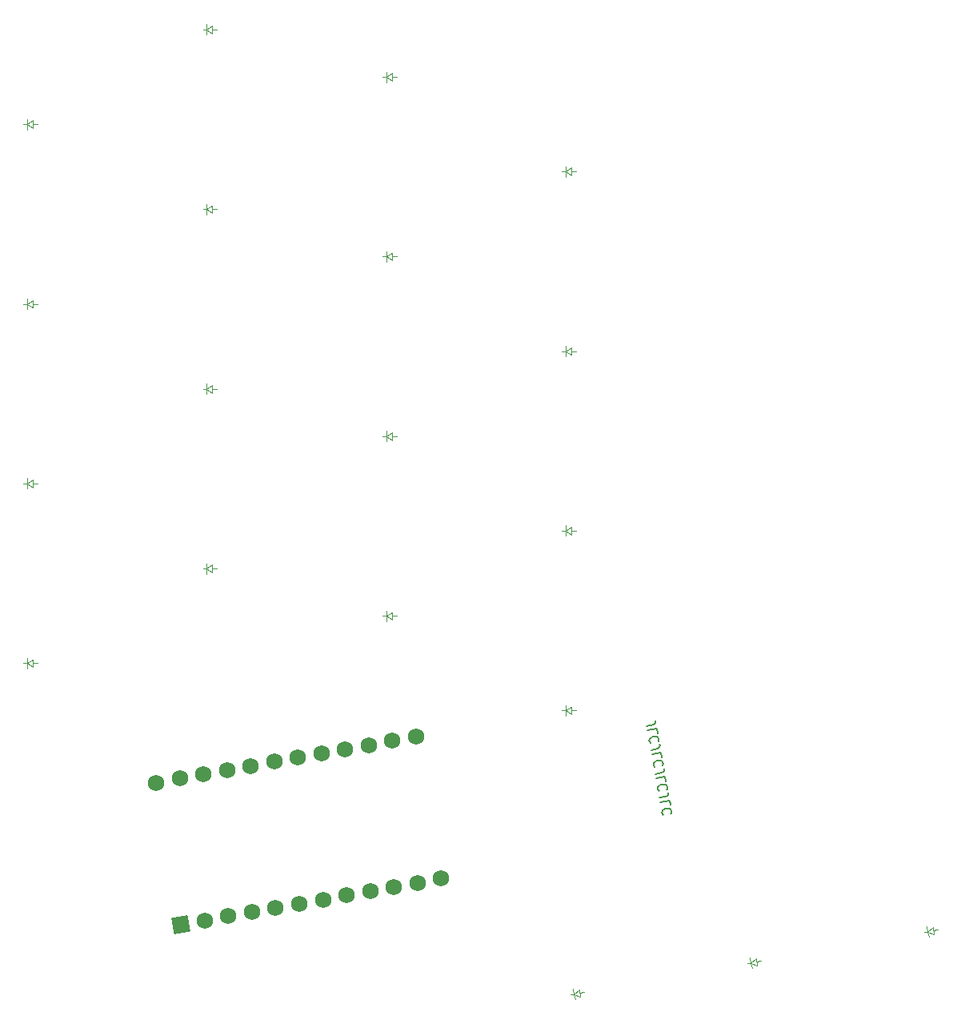
<source format=gbr>
%TF.GenerationSoftware,KiCad,Pcbnew,(6.0.4)*%
%TF.CreationDate,2022-07-19T16:53:05+02:00*%
%TF.ProjectId,macropad_routed_rounded_jlc,6d616372-6f70-4616-945f-726f75746564,v1.0.0*%
%TF.SameCoordinates,Original*%
%TF.FileFunction,Legend,Bot*%
%TF.FilePolarity,Positive*%
%FSLAX46Y46*%
G04 Gerber Fmt 4.6, Leading zero omitted, Abs format (unit mm)*
G04 Created by KiCad (PCBNEW (6.0.4)) date 2022-07-19 16:53:05*
%MOMM*%
%LPD*%
G01*
G04 APERTURE LIST*
G04 Aperture macros list*
%AMRotRect*
0 Rectangle, with rotation*
0 The origin of the aperture is its center*
0 $1 length*
0 $2 width*
0 $3 Rotation angle, in degrees counterclockwise*
0 Add horizontal line*
21,1,$1,$2,0,0,$3*%
G04 Aperture macros list end*
%ADD10C,0.150000*%
%ADD11C,0.100000*%
%ADD12RotRect,1.752600X1.752600X10.000000*%
%ADD13C,1.752600*%
G04 APERTURE END LIST*
D10*
X136348611Y-141736219D02*
X137052045Y-141612184D01*
X137184463Y-141540482D01*
X137261716Y-141430153D01*
X137283805Y-141281197D01*
X137267267Y-141187406D01*
X137498798Y-142500483D02*
X137416108Y-142031527D01*
X136431300Y-142205175D01*
X137562117Y-143408037D02*
X137600743Y-143352873D01*
X137622832Y-143203917D01*
X137606294Y-143110126D01*
X137534592Y-142977708D01*
X137424263Y-142900454D01*
X137322202Y-142870097D01*
X137126351Y-142856277D01*
X136985664Y-142881084D01*
X136806351Y-142961055D01*
X136720829Y-143024489D01*
X136643575Y-143134818D01*
X136621487Y-143283774D01*
X136638024Y-143377565D01*
X136709727Y-143509983D01*
X136764892Y-143548609D01*
X136795135Y-144268581D02*
X137498569Y-144144547D01*
X137630987Y-144072845D01*
X137708240Y-143962515D01*
X137730329Y-143813560D01*
X137713791Y-143719768D01*
X137945322Y-145032845D02*
X137862632Y-144563889D01*
X136877824Y-144737538D01*
X138008641Y-145940400D02*
X138047267Y-145885235D01*
X138069356Y-145736280D01*
X138052818Y-145642488D01*
X137981116Y-145510070D01*
X137870787Y-145432817D01*
X137768726Y-145402459D01*
X137572875Y-145388640D01*
X137432188Y-145413447D01*
X137252875Y-145493418D01*
X137167352Y-145556852D01*
X137090099Y-145667181D01*
X137068010Y-145816136D01*
X137084548Y-145909928D01*
X137156251Y-146042346D01*
X137211415Y-146080972D01*
X137241659Y-146800944D02*
X137945093Y-146676910D01*
X138077511Y-146605207D01*
X138154764Y-146494878D01*
X138176853Y-146345922D01*
X138160315Y-146252131D01*
X138391846Y-147565208D02*
X138309156Y-147096252D01*
X137324348Y-147269900D01*
X138455165Y-148472763D02*
X138493791Y-148417598D01*
X138515880Y-148268642D01*
X138499342Y-148174851D01*
X138427640Y-148042433D01*
X138317310Y-147965180D01*
X138215250Y-147934822D01*
X138019399Y-147921002D01*
X137878712Y-147945809D01*
X137699399Y-148025781D01*
X137613876Y-148089214D01*
X137536623Y-148199543D01*
X137514534Y-148348499D01*
X137531072Y-148442290D01*
X137602775Y-148574708D01*
X137657939Y-148613335D01*
X137688182Y-149333307D02*
X138391617Y-149209273D01*
X138524034Y-149137570D01*
X138601288Y-149027241D01*
X138623376Y-148878285D01*
X138606839Y-148784494D01*
X138838369Y-150097571D02*
X138755680Y-149628615D01*
X137770872Y-149802263D01*
X138901688Y-151005125D02*
X138940315Y-150949961D01*
X138962404Y-150801005D01*
X138945866Y-150707214D01*
X138874163Y-150574796D01*
X138763834Y-150497543D01*
X138661774Y-150467185D01*
X138465923Y-150453365D01*
X138325236Y-150478172D01*
X138145922Y-150558144D01*
X138060400Y-150621577D01*
X137983147Y-150731906D01*
X137961058Y-150880862D01*
X137977596Y-150974653D01*
X138049299Y-151107071D01*
X138104463Y-151145698D01*
D11*
%TO.C,D1*%
X70788250Y-135100000D02*
X70788250Y-134550000D01*
X70788250Y-135100000D02*
X71388250Y-134700000D01*
X71388250Y-135500000D02*
X70788250Y-135100000D01*
X71388250Y-134700000D02*
X71388250Y-135500000D01*
X70388250Y-135100000D02*
X70788250Y-135100000D01*
X70788250Y-135100000D02*
X70788250Y-135650000D01*
X71388250Y-135100000D02*
X71888250Y-135100000D01*
%TO.C,D16*%
X127788250Y-83100000D02*
X127788250Y-82550000D01*
X127788250Y-83100000D02*
X128388250Y-82700000D01*
X127788250Y-83100000D02*
X127788250Y-83650000D01*
X128388250Y-82700000D02*
X128388250Y-83500000D01*
X128388250Y-83500000D02*
X127788250Y-83100000D01*
X127388250Y-83100000D02*
X127788250Y-83100000D01*
X128388250Y-83100000D02*
X128888250Y-83100000D01*
%TO.C,D10*%
X108388250Y-111100000D02*
X108788250Y-111100000D01*
X108788250Y-111100000D02*
X108788250Y-110550000D01*
X109388250Y-111100000D02*
X109888250Y-111100000D01*
X109388250Y-110700000D02*
X109388250Y-111500000D01*
X108788250Y-111100000D02*
X109388250Y-110700000D01*
X109388250Y-111500000D02*
X108788250Y-111100000D01*
X108788250Y-111100000D02*
X108788250Y-111650000D01*
%TO.C,D6*%
X90388250Y-106100000D02*
X90888250Y-106100000D01*
X89788250Y-106100000D02*
X89788250Y-106650000D01*
X89788250Y-106100000D02*
X89788250Y-105550000D01*
X90388250Y-106500000D02*
X89788250Y-106100000D01*
X89388250Y-106100000D02*
X89788250Y-106100000D01*
X90388250Y-105700000D02*
X90388250Y-106500000D01*
X89788250Y-106100000D02*
X90388250Y-105700000D01*
%TO.C,D8*%
X89788250Y-68100000D02*
X89788250Y-68650000D01*
X89788250Y-68100000D02*
X90388250Y-67700000D01*
X90388250Y-68500000D02*
X89788250Y-68100000D01*
X89788250Y-68100000D02*
X89788250Y-67550000D01*
X89388250Y-68100000D02*
X89788250Y-68100000D01*
X90388250Y-68100000D02*
X90888250Y-68100000D01*
X90388250Y-67700000D02*
X90388250Y-68500000D01*
%TO.C,D7*%
X89388250Y-87100000D02*
X89788250Y-87100000D01*
X89788250Y-87100000D02*
X89788250Y-86550000D01*
X90388250Y-87100000D02*
X90888250Y-87100000D01*
X89788250Y-87100000D02*
X90388250Y-86700000D01*
X89788250Y-87100000D02*
X89788250Y-87650000D01*
X90388250Y-86700000D02*
X90388250Y-87500000D01*
X90388250Y-87500000D02*
X89788250Y-87100000D01*
%TO.C,D19*%
X166084503Y-163486185D02*
X166180010Y-164027829D01*
X166744847Y-163775919D02*
X166084503Y-163486185D01*
X166084503Y-163486185D02*
X165988997Y-162944541D01*
X165690580Y-163555644D02*
X166084503Y-163486185D01*
X166675388Y-163381996D02*
X167167792Y-163295172D01*
X166084503Y-163486185D02*
X166605929Y-162988073D01*
X166605929Y-162988073D02*
X166744847Y-163775919D01*
%TO.C,D15*%
X127788250Y-102100000D02*
X127788250Y-101550000D01*
X128388250Y-102100000D02*
X128888250Y-102100000D01*
X127788250Y-102100000D02*
X128388250Y-101700000D01*
X128388250Y-101700000D02*
X128388250Y-102500000D01*
X128388250Y-102500000D02*
X127788250Y-102100000D01*
X127788250Y-102100000D02*
X127788250Y-102650000D01*
X127388250Y-102100000D02*
X127788250Y-102100000D01*
%TO.C,D14*%
X127788250Y-121100000D02*
X127788250Y-120550000D01*
X128388250Y-120700000D02*
X128388250Y-121500000D01*
X127788250Y-121100000D02*
X128388250Y-120700000D01*
X128388250Y-121100000D02*
X128888250Y-121100000D01*
X127388250Y-121100000D02*
X127788250Y-121100000D01*
X128388250Y-121500000D02*
X127788250Y-121100000D01*
X127788250Y-121100000D02*
X127788250Y-121650000D01*
%TO.C,D4*%
X71388250Y-78500000D02*
X70788250Y-78100000D01*
X71388250Y-78100000D02*
X71888250Y-78100000D01*
X71388250Y-77700000D02*
X71388250Y-78500000D01*
X70388250Y-78100000D02*
X70788250Y-78100000D01*
X70788250Y-78100000D02*
X70788250Y-78650000D01*
X70788250Y-78100000D02*
X71388250Y-77700000D01*
X70788250Y-78100000D02*
X70788250Y-77550000D01*
%TO.C,D5*%
X89788250Y-125100000D02*
X90388250Y-124700000D01*
X89788250Y-125100000D02*
X89788250Y-125650000D01*
X90388250Y-124700000D02*
X90388250Y-125500000D01*
X89388250Y-125100000D02*
X89788250Y-125100000D01*
X90388250Y-125500000D02*
X89788250Y-125100000D01*
X90388250Y-125100000D02*
X90888250Y-125100000D01*
X89788250Y-125100000D02*
X89788250Y-124550000D01*
%TO.C,D12*%
X108788250Y-73100000D02*
X108788250Y-72550000D01*
X109388250Y-73500000D02*
X108788250Y-73100000D01*
X108788250Y-73100000D02*
X108788250Y-73650000D01*
X109388250Y-72700000D02*
X109388250Y-73500000D01*
X109388250Y-73100000D02*
X109888250Y-73100000D01*
X108788250Y-73100000D02*
X109388250Y-72700000D01*
X108388250Y-73100000D02*
X108788250Y-73100000D01*
%TO.C,D17*%
X128267885Y-170154275D02*
X128661808Y-170084816D01*
X128661808Y-170084816D02*
X129183234Y-169586704D01*
X129252693Y-169980627D02*
X129745097Y-169893803D01*
X128661808Y-170084816D02*
X128757315Y-170626460D01*
X128661808Y-170084816D02*
X128566302Y-169543172D01*
X129183234Y-169586704D02*
X129322152Y-170374550D01*
X129322152Y-170374550D02*
X128661808Y-170084816D01*
%TO.C,D3*%
X70788250Y-97100000D02*
X71388250Y-96700000D01*
X71388250Y-97100000D02*
X71888250Y-97100000D01*
X70388250Y-97100000D02*
X70788250Y-97100000D01*
X70788250Y-97100000D02*
X70788250Y-96550000D01*
X71388250Y-96700000D02*
X71388250Y-97500000D01*
X71388250Y-97500000D02*
X70788250Y-97100000D01*
X70788250Y-97100000D02*
X70788250Y-97650000D01*
%TO.C,D13*%
X128388250Y-139700000D02*
X128388250Y-140500000D01*
X128388250Y-140500000D02*
X127788250Y-140100000D01*
X127788250Y-140100000D02*
X127788250Y-139550000D01*
X127788250Y-140100000D02*
X127788250Y-140650000D01*
X127788250Y-140100000D02*
X128388250Y-139700000D01*
X128388250Y-140100000D02*
X128888250Y-140100000D01*
X127388250Y-140100000D02*
X127788250Y-140100000D01*
%TO.C,D11*%
X108788250Y-92100000D02*
X109388250Y-91700000D01*
X109388250Y-91700000D02*
X109388250Y-92500000D01*
X108788250Y-92100000D02*
X108788250Y-92650000D01*
X108388250Y-92100000D02*
X108788250Y-92100000D01*
X108788250Y-92100000D02*
X108788250Y-91550000D01*
X109388250Y-92500000D02*
X108788250Y-92100000D01*
X109388250Y-92100000D02*
X109888250Y-92100000D01*
%TO.C,D2*%
X71388250Y-115700000D02*
X71388250Y-116500000D01*
X70788250Y-116100000D02*
X70788250Y-115550000D01*
X70788250Y-116100000D02*
X71388250Y-115700000D01*
X71388250Y-116500000D02*
X70788250Y-116100000D01*
X70788250Y-116100000D02*
X70788250Y-116650000D01*
X70388250Y-116100000D02*
X70788250Y-116100000D01*
X71388250Y-116100000D02*
X71888250Y-116100000D01*
%TO.C,D9*%
X108788250Y-130100000D02*
X109388250Y-129700000D01*
X109388250Y-129700000D02*
X109388250Y-130500000D01*
X109388250Y-130500000D02*
X108788250Y-130100000D01*
X108788250Y-130100000D02*
X108788250Y-130650000D01*
X109388250Y-130100000D02*
X109888250Y-130100000D01*
X108788250Y-130100000D02*
X108788250Y-129550000D01*
X108388250Y-130100000D02*
X108788250Y-130100000D01*
%TO.C,D18*%
X147373155Y-166785500D02*
X147894581Y-166287388D01*
X147373155Y-166785500D02*
X147277649Y-166243856D01*
X146979232Y-166854959D02*
X147373155Y-166785500D01*
X147964040Y-166681311D02*
X148456444Y-166594487D01*
X147373155Y-166785500D02*
X147468662Y-167327144D01*
X147894581Y-166287388D02*
X148033499Y-167075234D01*
X148033499Y-167075234D02*
X147373155Y-166785500D01*
%TD*%
D12*
%TO.C,MCU1*%
X87073685Y-162740100D03*
D13*
X89575096Y-162299034D03*
X92076508Y-161857967D03*
X94577920Y-161416901D03*
X97079332Y-160975835D03*
X99580743Y-160534768D03*
X102082155Y-160093702D03*
X104583567Y-159652636D03*
X107084978Y-159211569D03*
X109586390Y-158770503D03*
X112087802Y-158329436D03*
X114589213Y-157888370D03*
X84427287Y-147731630D03*
X86928698Y-147290564D03*
X89430110Y-146849497D03*
X91931522Y-146408431D03*
X94432933Y-145967364D03*
X96934345Y-145526298D03*
X99435757Y-145085232D03*
X101937168Y-144644165D03*
X104438580Y-144203099D03*
X106939992Y-143762033D03*
X109441404Y-143320966D03*
X111942815Y-142879900D03*
%TD*%
M02*

</source>
